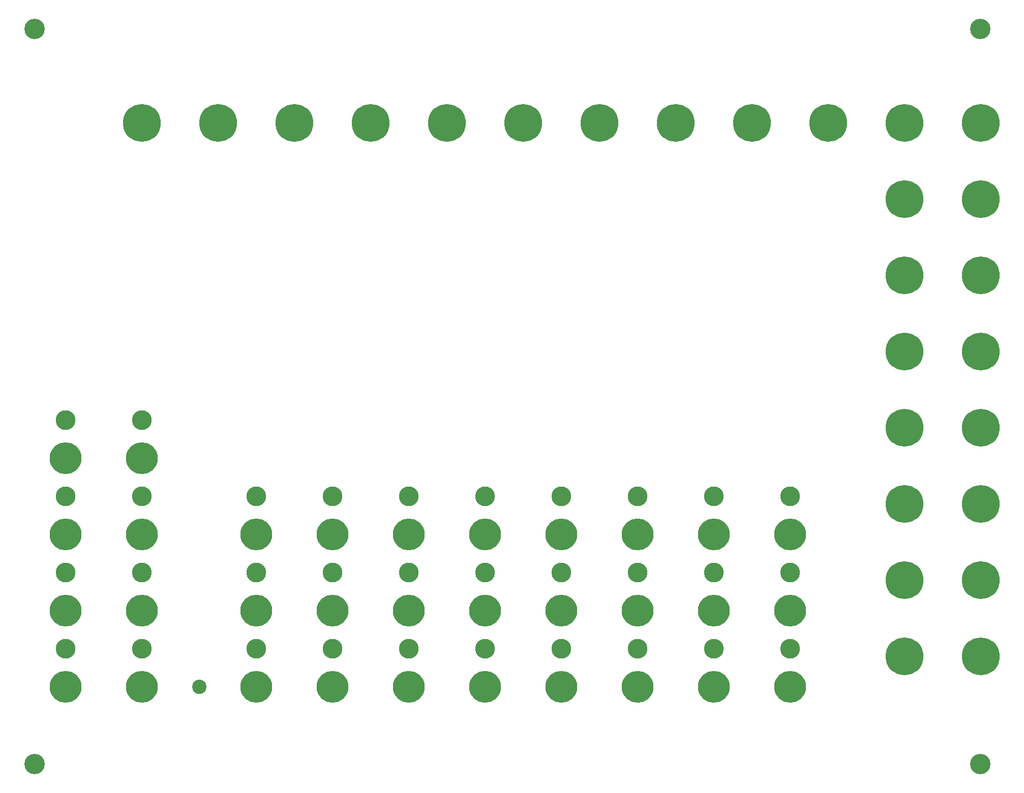
<source format=gts>
G04 #@! TF.FileFunction,Soldermask,Top*
%FSLAX46Y46*%
G04 Gerber Fmt 4.6, Leading zero omitted, Abs format (unit mm)*
G04 Created by KiCad (PCBNEW 4.0.7) date 2018 May 15, Tuesday 21:06:43*
%MOMM*%
%LPD*%
G01*
G04 APERTURE LIST*
%ADD10C,0.100000*%
%ADD11C,2.400000*%
%ADD12C,5.300000*%
%ADD13C,3.300000*%
%ADD14C,6.300000*%
%ADD15C,3.400000*%
G04 APERTURE END LIST*
D10*
D11*
X111125000Y-139700000D03*
D12*
X88900000Y-101600000D03*
X101600000Y-101600000D03*
X88900000Y-114300000D03*
X101600000Y-114300000D03*
X88900000Y-127000000D03*
X101600000Y-127000000D03*
X88900000Y-139700000D03*
X101600000Y-139700000D03*
X120650000Y-114300000D03*
X133350000Y-114300000D03*
X146050000Y-114300000D03*
X158750000Y-114300000D03*
X171450000Y-114300000D03*
X184150000Y-114300000D03*
X196850000Y-114300000D03*
X209550000Y-114300000D03*
X120650000Y-127000000D03*
X133350000Y-127000000D03*
X146050000Y-127000000D03*
X158750000Y-127000000D03*
X171450000Y-127000000D03*
X184150000Y-127000000D03*
X196850000Y-127000000D03*
X209550000Y-127000000D03*
X120650000Y-139700000D03*
X133350000Y-139700000D03*
X146050000Y-139700000D03*
X158750000Y-139700000D03*
X171450000Y-139700000D03*
X184150000Y-139700000D03*
X196850000Y-139700000D03*
X209550000Y-139700000D03*
D13*
X209550000Y-133350000D03*
X196850000Y-133350000D03*
X184150000Y-133350000D03*
X171450000Y-133350000D03*
X158750000Y-133350000D03*
X146050000Y-133350000D03*
X133350000Y-133350000D03*
X120650000Y-133350000D03*
X209550000Y-120650000D03*
X196850000Y-120650000D03*
X184150000Y-120650000D03*
X171450000Y-120650000D03*
X158750000Y-120650000D03*
X146050000Y-120650000D03*
X133350000Y-120650000D03*
X120650000Y-120650000D03*
X209550000Y-107950000D03*
X196850000Y-107950000D03*
X184150000Y-107950000D03*
X171450000Y-107950000D03*
X158750000Y-107950000D03*
X146050000Y-107950000D03*
X133350000Y-107950000D03*
X120650000Y-107950000D03*
X101600000Y-133350000D03*
X88900000Y-133350000D03*
X101600000Y-120650000D03*
X88900000Y-120650000D03*
X101600000Y-107950000D03*
X88900000Y-107950000D03*
X101600000Y-95250000D03*
X88900000Y-95250000D03*
D14*
X127000000Y-45720000D03*
X152400000Y-45720000D03*
X241300000Y-45720000D03*
X241300000Y-58420000D03*
X241300000Y-71120000D03*
X241300000Y-83820000D03*
X241300000Y-96520000D03*
X241300000Y-109220000D03*
X241300000Y-121920000D03*
X241300000Y-134620000D03*
X177800000Y-45720000D03*
X190500000Y-45720000D03*
X203200000Y-45720000D03*
X215900000Y-45720000D03*
X228600000Y-45720000D03*
X228600000Y-58420000D03*
X228600000Y-71120000D03*
X228600000Y-83820000D03*
X228600000Y-96520000D03*
X228600000Y-109220000D03*
X228600000Y-121920000D03*
X228600000Y-134620000D03*
X139700000Y-45720000D03*
X165100000Y-45720000D03*
D15*
X241180000Y-152575000D03*
X241180000Y-30075000D03*
X83700000Y-30075000D03*
X83700000Y-152575000D03*
D14*
X101600000Y-45720000D03*
X114300000Y-45720000D03*
M02*

</source>
